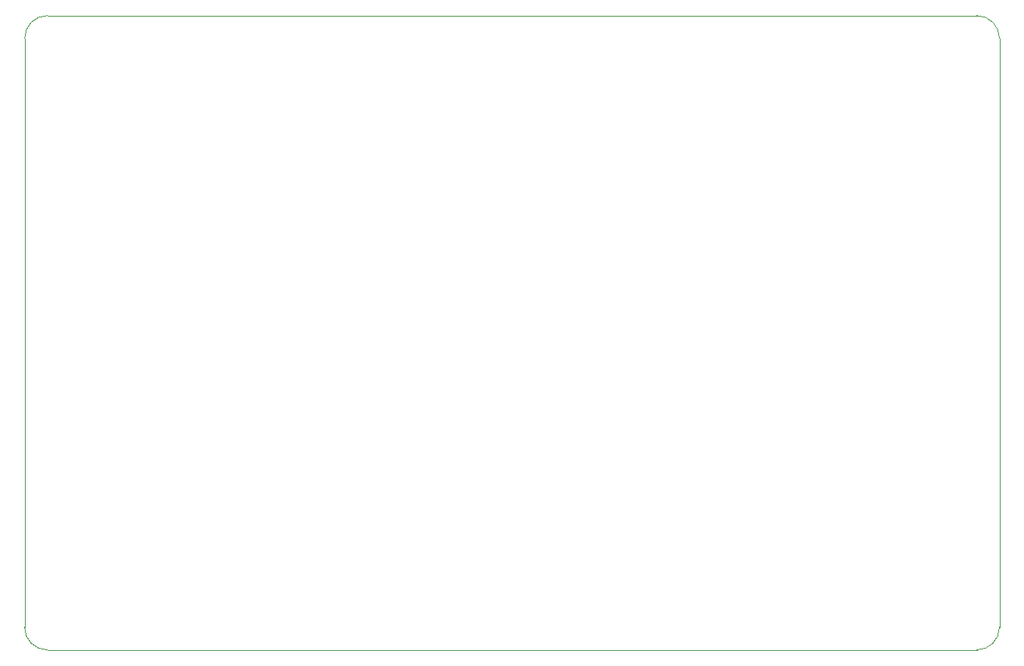
<source format=gm1>
%TF.GenerationSoftware,KiCad,Pcbnew,9.0.0*%
%TF.CreationDate,2025-03-19T00:26:52-07:00*%
%TF.ProjectId,remote_v3,72656d6f-7465-45f7-9633-2e6b69636164,v0.5*%
%TF.SameCoordinates,Original*%
%TF.FileFunction,Profile,NP*%
%FSLAX46Y46*%
G04 Gerber Fmt 4.6, Leading zero omitted, Abs format (unit mm)*
G04 Created by KiCad (PCBNEW 9.0.0) date 2025-03-19 00:26:52*
%MOMM*%
%LPD*%
G01*
G04 APERTURE LIST*
%TA.AperFunction,Profile*%
%ADD10C,0.050000*%
%TD*%
G04 APERTURE END LIST*
D10*
X92710000Y-135890000D02*
X92710000Y-69850000D01*
X92710000Y-69850000D02*
G75*
G02*
X95250000Y-67310000I2540000J0D01*
G01*
X95250000Y-138430000D02*
G75*
G02*
X92710000Y-135890000I0J2540000D01*
G01*
X201930000Y-135890000D02*
G75*
G02*
X199390000Y-138430000I-2540000J0D01*
G01*
X201930000Y-69850000D02*
X201930000Y-135890000D01*
X199390000Y-138430000D02*
X95250000Y-138430000D01*
X95250000Y-67310000D02*
X199390000Y-67310000D01*
X199390000Y-67310000D02*
G75*
G02*
X201930000Y-69850000I0J-2540000D01*
G01*
M02*

</source>
